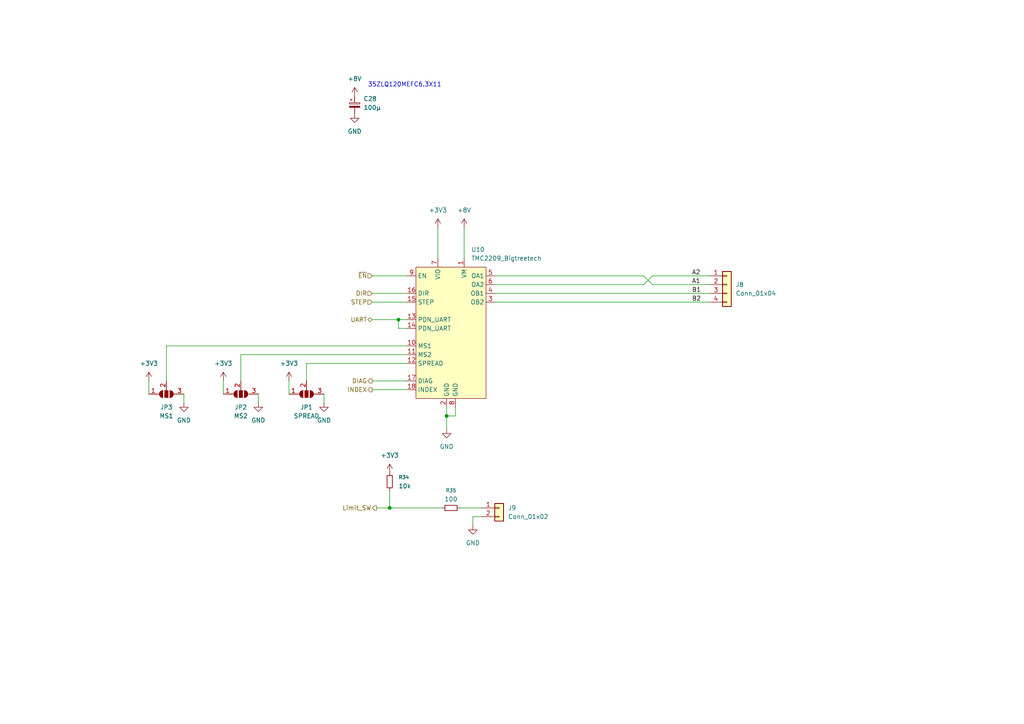
<source format=kicad_sch>
(kicad_sch (version 20250114) (generator "eeschema") (generator_version "9.0")
  (paper "A4")
  (lib_symbols
    (symbol "Connector_Generic:Conn_01x02" (pin_names (offset 1.016) (hide yes))
      (property "Reference" "J" (at 0 2.54 0))
      (property "Value" "Conn_01x02" (at 0 -5.08 0))
      (symbol "Conn_01x02_1_1"
        (rectangle (start -1.27 1.27) (end 1.27 -3.81) (stroke (width 0.254)) (fill (type background)))
        (rectangle (start -1.27 0.127) (end 0 -0.127) (stroke (width 0.1524)))
        (rectangle (start -1.27 -2.413) (end 0 -2.667) (stroke (width 0.1524)))
        (pin passive line (at -5.08 0 0) (length 3.81) (name "Pin_1") (number "1"))
        (pin passive line (at -5.08 -2.54 0) (length 3.81) (name "Pin_2") (number "2"))
      )
    )
    (symbol "Connector_Generic:Conn_01x04" (pin_names (offset 1.016) (hide yes))
      (property "Reference" "J" (at 0 5.08 0))
      (property "Value" "Conn_01x04" (at 0 -7.62 0))
      (symbol "Conn_01x04_1_1"
        (rectangle (start -1.27 3.81) (end 1.27 -6.35) (stroke (width 0.254)) (fill (type background)))
        (rectangle (start -1.27 2.667) (end 0 2.413) (stroke (width 0.1524)))
        (rectangle (start -1.27 0.127) (end 0 -0.127) (stroke (width 0.1524)))
        (rectangle (start -1.27 -2.413) (end 0 -2.667) (stroke (width 0.1524)))
        (rectangle (start -1.27 -4.953) (end 0 -5.207) (stroke (width 0.1524)))
        (pin passive line (at -5.08 2.54 0) (length 3.81) (name "Pin_1") (number "1"))
        (pin passive line (at -5.08 0 0) (length 3.81) (name "Pin_2") (number "2"))
        (pin passive line (at -5.08 -2.54 0) (length 3.81) (name "Pin_3") (number "3"))
        (pin passive line (at -5.08 -5.08 0) (length 3.81) (name "Pin_4") (number "4"))
      )
    )
    (symbol "Device:C_Polarized_Small" (pin_numbers (hide yes)) (pin_names (offset 0.254) (hide yes))
      (property "Reference" "C" (at 0.254 1.778 0))
      (property "Value" "C_Polarized_Small" (at 0.254 -2.032 0))
      (symbol "C_Polarized_Small_0_1"
        (rectangle (start -1.524 0.6858) (end 1.524 0.3048))
        (rectangle (start -1.524 -0.3048) (end 1.524 -0.6858) (fill (type outline)))
        (polyline (pts (xy -1.27 1.524) (xy -0.762 1.524)))
        (polyline (pts (xy -1.016 1.27) (xy -1.016 1.778)))
      )
      (symbol "C_Polarized_Small_1_1"
        (pin passive line (at 0 2.54 270) (length 1.8542) (name "~") (number "1"))
        (pin passive line (at 0 -2.54 90) (length 1.8542) (name "~") (number "2"))
      )
    )
    (symbol "Device:R_Small" (pin_numbers (hide yes)) (pin_names (offset 0.254) (hide yes))
      (property "Reference" "R" (at 0 0 90))
      (property "Value" "R_Small" (at 1.778 0 90))
      (symbol "R_Small_0_1"
        (rectangle (start -0.762 1.778) (end 0.762 -1.778) (stroke (width 0.2032)))
      )
      (symbol "R_Small_1_1"
        (pin passive line (at 0 2.54 270) (length 0.762) (name "~") (number "1"))
        (pin passive line (at 0 -2.54 90) (length 0.762) (name "~") (number "2"))
      )
    )
    (symbol "Driver_Motor:TMC2130_Bigtreetech"
      (property "Reference" "U10" (at 5.8294 16.51 0))
      (property "Value" "TMC2209_Bigtreetech" (at 5.8294 13.97 0))
      (symbol "TMC2130_Bigtreetech_0_1"
        (rectangle (start -10.16 11.43) (end 10.16 -26.67) (fill (type background)))
      )
      (symbol "TMC2130_Bigtreetech_1_1"
        (pin input line (at -12.7 8.89 0) (length 2.54) (name "EN") (number "9"))
        (pin input line (at -12.7 3.81 0) (length 2.54) (name "DIR") (number "16"))
        (pin input line (at -12.7 1.27 0) (length 2.54) (name "STEP") (number "15"))
        (pin bidirectional line (at -12.7 -3.81 0) (length 2.54) (name "PDN_UART") (number "13"))
        (pin bidirectional line (at -12.7 -6.35 0) (length 2.54) (name "PDN_UART") (number "14"))
        (pin output line (at -12.7 -11.43 0) (length 2.54) (name "MS1") (number "10"))
        (pin output line (at -12.7 -13.97 0) (length 2.54) (name "MS2") (number "11"))
        (pin output line (at -12.7 -16.51 0) (length 2.54) (name "SPREAD") (number "12"))
        (pin output line (at -12.7 -21.59 0) (length 2.54) (name "DIAG") (number "17"))
        (pin output line (at -12.7 -24.13 0) (length 2.54) (name "INDEX") (number "18"))
        (pin power_in line (at -3.81 13.97 270) (length 2.54) (name "VIO") (number "7"))
        (pin power_in line (at -1.27 -29.21 90) (length 2.54) (name "GND") (number "2"))
        (pin power_in line (at 1.27 -29.21 90) (length 2.54) (name "GND") (number "8"))
        (pin power_in line (at 3.81 13.97 270) (length 2.54) (name "VM") (number "1"))
        (pin input line (at 12.7 8.89 180) (length 2.54) (name "OA1") (number "5"))
        (pin input line (at 12.7 6.35 180) (length 2.54) (name "OA2") (number "6"))
        (pin input line (at 12.7 3.81 180) (length 2.54) (name "OB1") (number "4"))
        (pin input line (at 12.7 1.27 180) (length 2.54) (name "OB2") (number "3"))
      )
    )
    (symbol "Jumper:SolderJumper_3_Open" (pin_names (offset 0) (hide yes)) (in_bom no)
      (property "Reference" "JP" (at -2.54 -2.54 0))
      (property "Value" "SolderJumper_3_Open" (at 0 2.794 0))
      (symbol "SolderJumper_3_Open_0_1"
        (polyline (pts (xy -2.54 0) (xy -2.032 0)))
        (polyline (pts (xy -1.016 1.016) (xy -1.016 -1.016)))
        (arc (start -1.016 -1.016) (mid -2.0276 0) (end -1.016 1.016))
        (arc (start -1.016 -1.016) (mid -2.0276 0) (end -1.016 1.016) (fill (type outline)))
        (rectangle (start -0.508 1.016) (end 0.508 -1.016) (fill (type outline)))
        (polyline (pts (xy 0 -1.27) (xy 0 -1.016)))
        (arc (start 1.016 1.016) (mid 2.0276 0) (end 1.016 -1.016))
        (arc (start 1.016 1.016) (mid 2.0276 0) (end 1.016 -1.016) (fill (type outline)))
        (polyline (pts (xy 1.016 1.016) (xy 1.016 -1.016)))
        (polyline (pts (xy 2.54 0) (xy 2.032 0)))
      )
      (symbol "SolderJumper_3_Open_1_1"
        (pin passive line (at -5.08 0 0) (length 2.54) (name "A") (number "1"))
        (pin passive line (at 0 -3.81 90) (length 2.54) (name "C") (number "2"))
        (pin passive line (at 5.08 0 180) (length 2.54) (name "B") (number "3"))
      )
    )
    (symbol "power:+3V3" (power) (pin_names (offset 0))
      (property "Value" "+3V3" (at 0 3.556 0))
      (symbol "+3V3_0_1"
        (polyline (pts (xy -0.762 1.27) (xy 0 2.54)))
        (polyline (pts (xy 0 2.54) (xy 0.762 1.27)))
        (polyline (pts (xy 0 0) (xy 0 2.54)))
      )
      (symbol "+3V3_1_1"
        (pin power_in line (at 0 0 90) (length 0) (hide yes) (name "+3V3") (number "1"))
      )
    )
    (symbol "power:+8V" (power) (pin_numbers (hide yes)) (pin_names (offset 0) (hide yes))
      (property "Value" "+8V" (at 0 3.556 0))
      (symbol "+8V_0_1"
        (polyline (pts (xy -0.762 1.27) (xy 0 2.54)))
        (polyline (pts (xy 0 2.54) (xy 0.762 1.27)))
        (polyline (pts (xy 0 0) (xy 0 2.54)))
      )
      (symbol "+8V_1_1"
        (pin power_in line (at 0 0 90) (length 0) (name "~") (number "1"))
      )
    )
    (symbol "power:GND" (power) (pin_names (offset 0))
      (property "Value" "GND" (at 0 -3.81 0))
      (symbol "GND_0_1"
        (polyline (pts (xy 0 0) (xy 0 -1.27) (xy 1.27 -1.27) (xy 0 -2.54) (xy -1.27 -1.27) (xy 0 -1.27)))
      )
      (symbol "GND_1_1"
        (pin power_in line (at 0 0 270) (length 0) (hide yes) (name "GND") (number "1"))
      )
    )
  )
  (text "35ZLQ120MEFC6.3X11" (at 106.68 25.4 0) (effects (font (size 1.27 1.27)) (justify left bottom)))
  (junction (at 113.03 147.32))
  (junction (at 115.57 92.71))
  (junction (at 129.54 120.65))
  (wire (pts (xy 43.18 110.49) (xy 43.18 114.3)))
  (wire (pts (xy 107.95 92.71) (xy 115.57 92.71)))
  (wire (pts (xy 48.26 100.33) (xy 118.11 100.33)))
  (wire (pts (xy 69.85 102.87) (xy 69.85 110.49)))
  (wire (pts (xy 107.95 87.63) (xy 118.11 87.63)))
  (wire (pts (xy 186.69 80.01) (xy 189.23 82.55)))
  (wire (pts (xy 48.26 100.33) (xy 48.26 110.49)))
  (wire (pts (xy 143.51 82.55) (xy 186.69 82.55)))
  (wire (pts (xy 143.51 80.01) (xy 186.69 80.01)))
  (wire (pts (xy 189.23 80.01) (xy 205.74 80.01)))
  (wire (pts (xy 118.11 105.41) (xy 88.9 105.41)))
  (wire (pts (xy 69.85 102.87) (xy 118.11 102.87)))
  (wire (pts (xy 115.57 92.71) (xy 118.11 92.71)))
  (wire (pts (xy 129.54 120.65) (xy 132.08 120.65)))
  (wire (pts (xy 129.54 118.11) (xy 129.54 120.65)))
  (wire (pts (xy 107.95 113.03) (xy 118.11 113.03)))
  (wire (pts (xy 115.57 95.25) (xy 118.11 95.25)))
  (wire (pts (xy 107.95 85.09) (xy 118.11 85.09)))
  (wire (pts (xy 113.03 147.32) (xy 128.27 147.32)))
  (wire (pts (xy 129.54 120.65) (xy 129.54 124.46)))
  (wire (pts (xy 74.93 114.3) (xy 74.93 116.84)))
  (wire (pts (xy 109.22 147.32) (xy 113.03 147.32)))
  (wire (pts (xy 53.34 114.3) (xy 53.34 116.84)))
  (wire (pts (xy 139.7 149.86) (xy 137.16 149.86)))
  (wire (pts (xy 113.03 142.24) (xy 113.03 147.32)))
  (wire (pts (xy 134.62 66.04) (xy 134.62 74.93)))
  (wire (pts (xy 189.23 82.55) (xy 205.74 82.55)))
  (wire (pts (xy 137.16 149.86) (xy 137.16 152.4)))
  (wire (pts (xy 143.51 87.63) (xy 205.74 87.63)))
  (wire (pts (xy 83.82 110.49) (xy 83.82 114.3)))
  (wire (pts (xy 107.95 80.01) (xy 118.11 80.01)))
  (wire (pts (xy 64.77 110.49) (xy 64.77 114.3)))
  (wire (pts (xy 107.95 110.49) (xy 118.11 110.49)))
  (wire (pts (xy 88.9 105.41) (xy 88.9 110.49)))
  (wire (pts (xy 143.51 85.09) (xy 205.74 85.09)))
  (wire (pts (xy 186.69 82.55) (xy 189.23 80.01)))
  (wire (pts (xy 127 66.04) (xy 127 74.93)))
  (wire (pts (xy 133.35 147.32) (xy 139.7 147.32)))
  (wire (pts (xy 115.57 92.71) (xy 115.57 95.25)))
  (wire (pts (xy 93.98 114.3) (xy 93.98 116.84)))
  (wire (pts (xy 132.08 118.11) (xy 132.08 120.65)))
  (label "B2" (at 200.66 87.63 0))
  (label "A2" (at 200.66 80.01 0))
  (label "B1" (at 200.66 85.09 0))
  (label "A1" (at 200.66 82.55 0))
  (hierarchical_label "~{EN}" (shape input) (at 107.95 80.01 180))
  (hierarchical_label "UART" (shape bidirectional) (at 107.95 92.71 180))
  (hierarchical_label "INDEX" (shape output) (at 107.95 113.03 180))
  (hierarchical_label "DIAG" (shape output) (at 107.95 110.49 180))
  (hierarchical_label "STEP" (shape input) (at 107.95 87.63 180))
  (hierarchical_label "DIR" (shape input) (at 107.95 85.09 180))
  (hierarchical_label "Limit_SW" (shape output) (at 109.22 147.32 180))
  (symbol (lib_id "Jumper:SolderJumper_3_Open") (at 88.9 114.3 0) (mirror x) (unit 1) (in_bom no)
    (property "Reference" "JP1" (at 88.9 118.11 0))
    (property "Value" "SPREAD" (at 88.9 120.65 0))
    (property "Footprint" "Jumper:SolderJumper-3_P2.0mm_Open_TrianglePad1.0x1.5mm" (effects (hide yes)))
    (property "Description" "Solder Jumper, 3-pole, open" (effects (hide yes)))
    (instances (project "" (path "" (reference "JP1") (unit 1)) (path "" (reference "JP4") (unit 1))))
  )
  (symbol (lib_id "Device:R_Small") (at 130.81 147.32 90) (unit 1)
    (property "Reference" "R35" (at 130.81 142.24 90) (effects (font (size 1.016 1.016))))
    (property "Value" "100" (at 130.81 144.78 90))
    (property "Footprint" "Resistor_SMD:R_0603_1608Metric" (effects (hide yes)))
    (property "Description" "Resistor, small symbol" (effects (hide yes)))
    (instances (project "" (path "" (reference "R35") (unit 1)) (path "" (reference "R37") (unit 1))))
  )
  (symbol (lib_id "Connector_Generic:Conn_01x04") (at 210.82 82.55 0) (unit 1)
    (property "Reference" "J8" (at 213.36 82.5499 0) (effects (justify left)))
    (property "Value" "Conn_01x04" (at 213.36 85.0899 0) (effects (justify left)))
    (property "Footprint" "Connector_JST:JST_XH_B4B-XH-A_1x04_P2.50mm_Vertical" (effects (hide yes)))
    (instances (project "Mainboard" (path "" (reference "J8") (unit 1)) (path "" (reference "J10") (unit 1))))
  )
  (symbol (lib_id "power:+3V3") (at 43.18 110.49 0) (unit 1)
    (property "Reference" "#PWR0116" (effects (hide yes)))
    (property "Value" "+3V3" (at 43.18 105.41 0))
    (instances (project "Mainboard" (path "" (reference "#PWR0116") (unit 1)) (path "" (reference "#PWR0129") (unit 1))))
  )
  (symbol (lib_id "power:GND") (at 129.54 124.46 0) (unit 1)
    (property "Reference" "#PWR0122" (effects (hide yes)))
    (property "Value" "GND" (at 129.54 129.54 0))
    (instances (project "Mainboard" (path "" (reference "#PWR0122") (unit 1)) (path "" (reference "#PWR0135") (unit 1))))
  )
  (symbol (lib_id "power:GND") (at 137.16 152.4 0) (unit 1)
    (property "Reference" "#PWR0124" (effects (hide yes)))
    (property "Value" "GND" (at 137.16 157.48 0))
    (instances (project "Mainboard" (path "" (reference "#PWR0124") (unit 1)) (path "" (reference "#PWR0137") (unit 1))))
  )
  (symbol (lib_id "power:GND") (at 102.87 33.02 0) (unit 1)
    (property "Reference" "#PWR0113" (effects (hide yes)))
    (property "Value" "GND" (at 102.87 38.1 0))
    (instances (project "Mainboard" (path "" (reference "#PWR0113") (unit 1)) (path "" (reference "#PWR0126") (unit 1))))
  )
  (symbol (lib_id "power:GND") (at 93.98 116.84 0) (unit 1)
    (property "Reference" "#PWR0121" (effects (hide yes)))
    (property "Value" "GND" (at 93.98 121.92 0))
    (instances (project "Mainboard" (path "" (reference "#PWR0121") (unit 1)) (path "" (reference "#PWR0134") (unit 1))))
  )
  (symbol (lib_id "power:+3V3") (at 113.03 137.16 0) (unit 1)
    (property "Reference" "#PWR0123" (effects (hide yes)))
    (property "Value" "+3V3" (at 113.03 132.08 0))
    (instances (project "Mainboard" (path "" (reference "#PWR0123") (unit 1)) (path "" (reference "#PWR0136") (unit 1))))
  )
  (symbol (lib_id "power:GND") (at 53.34 116.84 0) (unit 1)
    (property "Reference" "#PWR0119" (effects (hide yes)))
    (property "Value" "GND" (at 53.34 121.92 0))
    (instances (project "Mainboard" (path "" (reference "#PWR0119") (unit 1)) (path "" (reference "#PWR0132") (unit 1))))
  )
  (symbol (lib_id "power:GND") (at 74.93 116.84 0) (unit 1)
    (property "Reference" "#PWR0120" (effects (hide yes)))
    (property "Value" "GND" (at 74.93 121.92 0))
    (instances (project "Mainboard" (path "" (reference "#PWR0120") (unit 1)) (path "" (reference "#PWR0133") (unit 1))))
  )
  (symbol (lib_id "power:+8V") (at 102.87 27.94 0) (unit 1)
    (property "Reference" "#PWR0112" (effects (hide yes)))
    (property "Value" "+8V" (at 102.87 22.86 0))
    (instances (project "Mainboard" (path "" (reference "#PWR0112") (unit 1)) (path "" (reference "#PWR0125") (unit 1))))
  )
  (symbol (lib_id "Jumper:SolderJumper_3_Open") (at 69.85 114.3 0) (mirror x) (unit 1) (in_bom no)
    (property "Reference" "JP2" (at 69.85 118.11 0))
    (property "Value" "MS2" (at 69.85 120.65 0))
    (property "Footprint" "Jumper:SolderJumper-3_P2.0mm_Open_TrianglePad1.0x1.5mm" (effects (hide yes)))
    (property "Description" "Solder Jumper, 3-pole, open" (effects (hide yes)))
    (instances (project "Mainboard" (path "" (reference "JP2") (unit 1)) (path "" (reference "JP5") (unit 1))))
  )
  (symbol (lib_id "Connector_Generic:Conn_01x02") (at 144.78 147.32 0) (unit 1)
    (property "Reference" "J9" (at 147.32 147.3199 0) (effects (justify left)))
    (property "Value" "Conn_01x02" (at 147.32 149.8599 0) (effects (justify left)))
    (property "Footprint" "Connector_JST:JST_XH_B2B-XH-A_1x02_P2.50mm_Vertical" (effects (hide yes)))
    (property "Description" "Generic connector, single row, 01x02, script generated (kicad-library-utils/schlib/autogen/connector/)" (effects (hide yes)))
    (instances (project "" (path "" (reference "J9") (unit 1)) (path "" (reference "J11") (unit 1))))
  )
  (symbol (lib_id "Driver_Motor:TMC2130_Bigtreetech") (at 130.81 88.9 0) (unit 1)
    (property "Reference" "U10" (at 136.6394 72.39 0) (effects (justify left)))
    (property "Value" "TMC2209_Bigtreetech" (at 136.6394 74.93 0) (effects (justify left)))
    (property "Footprint" "Module:Bigtreetech_TMC2209" (effects (hide yes)))
    (instances (project "Mainboard" (path "" (reference "U10") (unit 1)) (path "" (reference "U11") (unit 1))))
  )
  (symbol (lib_id "Device:R_Small") (at 113.03 139.7 0) (unit 1)
    (property "Reference" "R34" (at 115.57 138.4299 0) (effects (font (size 1.016 1.016)) (justify left)))
    (property "Value" "10k" (at 115.57 140.9699 0) (effects (justify left)))
    (property "Footprint" "Resistor_SMD:R_0603_1608Metric" (effects (hide yes)))
    (property "Description" "Resistor, small symbol" (effects (hide yes)))
    (instances (project "Mainboard" (path "" (reference "R34") (unit 1)) (path "" (reference "R36") (unit 1))))
  )
  (symbol (lib_id "Device:C_Polarized_Small") (at 102.87 30.48 0) (unit 1)
    (property "Reference" "C28" (at 105.41 28.6638 0) (effects (justify left)))
    (property "Value" "100µ" (at 105.41 31.2038 0) (effects (justify left)))
    (property "Footprint" "Capacitor_THT:CP_Radial_D6.3mm_P2.50mm" (effects (hide yes)))
    (instances (project "Mainboard" (path "" (reference "C28") (unit 1)) (path "" (reference "C29") (unit 1))))
  )
  (symbol (lib_id "power:+8V") (at 134.62 66.04 0) (unit 1)
    (property "Reference" "#PWR0115" (effects (hide yes)))
    (property "Value" "+8V" (at 134.62 60.96 0))
    (instances (project "Mainboard" (path "" (reference "#PWR0115") (unit 1)) (path "" (reference "#PWR0128") (unit 1))))
  )
  (symbol (lib_id "power:+3V3") (at 83.82 110.49 0) (unit 1)
    (property "Reference" "#PWR0118" (effects (hide yes)))
    (property "Value" "+3V3" (at 83.82 105.41 0))
    (instances (project "Mainboard" (path "" (reference "#PWR0118") (unit 1)) (path "" (reference "#PWR0131") (unit 1))))
  )
  (symbol (lib_id "power:+3V3") (at 127 66.04 0) (unit 1)
    (property "Reference" "#PWR0114" (effects (hide yes)))
    (property "Value" "+3V3" (at 127 60.96 0))
    (instances (project "Mainboard" (path "" (reference "#PWR0114") (unit 1)) (path "" (reference "#PWR0127") (unit 1))))
  )
  (symbol (lib_id "Jumper:SolderJumper_3_Open") (at 48.26 114.3 0) (mirror x) (unit 1) (in_bom no)
    (property "Reference" "JP3" (at 48.26 118.11 0))
    (property "Value" "MS1" (at 48.26 120.65 0))
    (property "Footprint" "Jumper:SolderJumper-3_P2.0mm_Open_TrianglePad1.0x1.5mm" (effects (hide yes)))
    (property "Description" "Solder Jumper, 3-pole, open" (effects (hide yes)))
    (instances (project "Mainboard" (path "" (reference "JP3") (unit 1)) (path "" (reference "JP6") (unit 1))))
  )
  (symbol (lib_id "power:+3V3") (at 64.77 110.49 0) (unit 1)
    (property "Reference" "#PWR0117" (effects (hide yes)))
    (property "Value" "+3V3" (at 64.77 105.41 0))
    (instances (project "Mainboard" (path "" (reference "#PWR0117") (unit 1)) (path "" (reference "#PWR0130") (unit 1))))
  )
)
</source>
